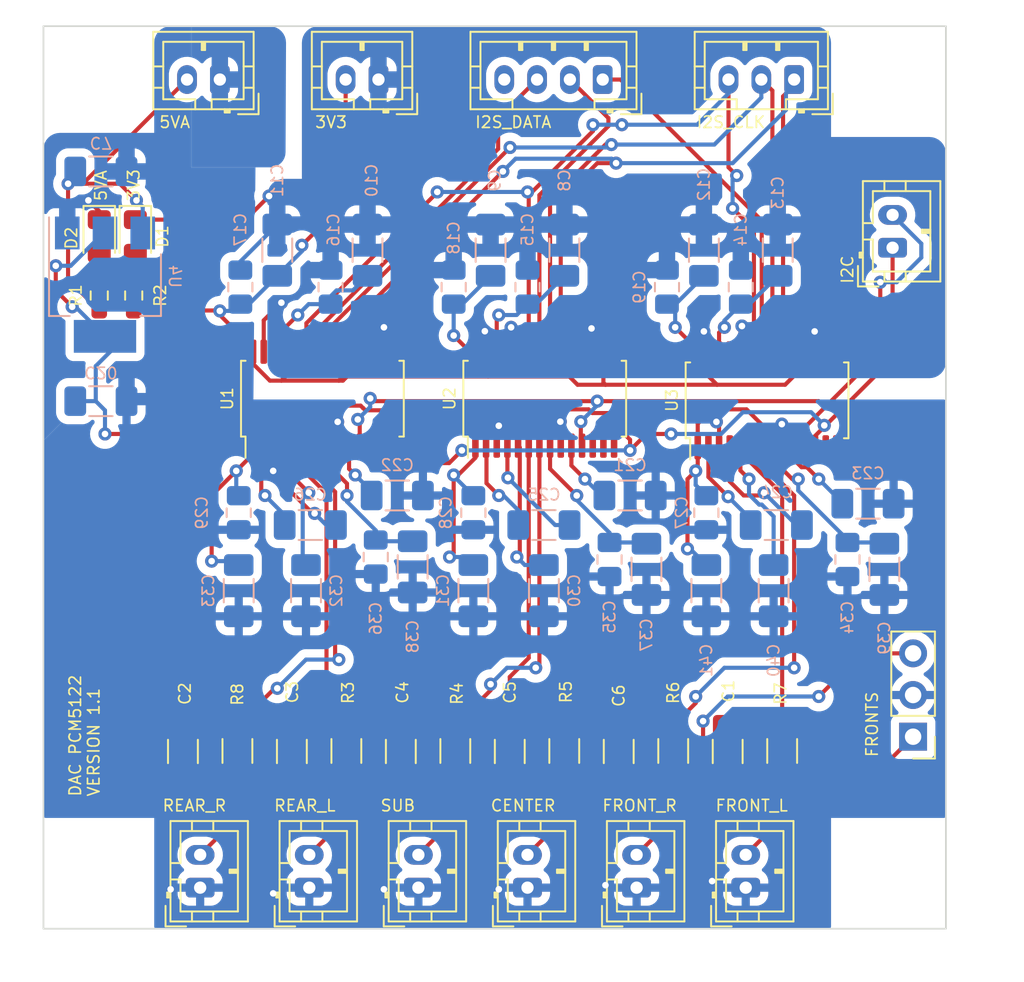
<source format=kicad_pcb>
(kicad_pcb (version 20221018) (generator pcbnew)
  (layers (0 "F.Cu" signal) (31 "B.Cu" signal) (34 "B.Paste" user) (35 "F.Paste" user) (36 "B.SilkS" user "B.Silkscreen") (37 "F.SilkS" user "F.Silkscreen") (38 "B.Mask" user) (39 "F.Mask" user) (44 "Edge.Cuts" user))
  (net 0 "")
  (net 1 "3V3")
  (net 2 "PCMCLK")
  (net 3 "BCLK")
  (net 4 "WCLK")
  (net 5 "I2S_D1")
  (net 6 "I2S_D2")
  (net 7 "I2S_D3")
  (net 8 "5VA")
  (net 9 "AGND")
  (net 10 "VOUT1")
  (net 11 "LEFT_FRONT")
  (net 12 "VOUT2")
  (net 13 "RIGHT_FRONT")
  (net 14 "VOUT3")
  (net 15 "LEFT_REAR")
  (net 16 "VOUT4")
  (net 17 "RIGHT_REAR")
  (net 18 "VOUT6")
  (net 19 "VOUT5")
  (net 20 "CENTER")
  (net 21 "SUBW")
  (net 22 "Net-(D1-A)")
  (net 23 "Net-(D2-A)")
  (net 24 "I2S_D4_IN")
  (net 28 "DGND")
  (net 29 "Net-(U1-CAPM)")
  (net 30 "Net-(U1-CAPP)")
  (net 31 "Net-(U1-LDOO)")
  (net 32 "Net-(U1-VNEG)")
  (net 33 "3V3A")
  (net 34 "Net-(U2-CAPM)")
  (net 35 "Net-(U2-CAPP)")
  (net 36 "Net-(U2-LDOO)")
  (net 37 "Net-(U2-VNEG)")
  (net 38 "Net-(U3-CAPM)")
  (net 39 "Net-(U3-CAPP)")
  (net 40 "Net-(U3-LDOO)")
  (net 41 "Net-(U3-VNEG)")
  (net 54 "SCL")
  (net 55 "SDA")
  (net 56 "Net-(U1-VCOM{slash}DEMP)")
  (net 57 "Net-(U2-VCOM{slash}DEMP)")
  (net 58 "Net-(U3-VCOM{slash}DEMP)")
  (footprint "Capacitor_SMD:C_1206_3216Metric_Pad1.33x1.80mm_HandSolder" (layer "F.Cu") (at 63.47 69.1 90)
    (fp_text reference "C5")
    (fp_text value "2.2n")
  )
  (footprint "LED_SMD:LED_0805_2012Metric_Pad1.15x1.40mm_HandSolder" (layer "F.Cu") (at 40.65 37.7125 -90)
    (fp_text reference "D1")
    (fp_text value "YELLOW")
  )
  (footprint "Connector_JST:JST_PH_B2B-PH-K_1x02_P2.00mm_Vertical" (layer "F.Cu") (at 71.2 77.4 90)
    (fp_text reference "J10" hide)
    (fp_text value "Conn_01x02_Male")
  )
  (footprint "Resistor_SMD:R_1206_3216Metric_Pad1.30x1.75mm_HandSolder" (layer "F.Cu") (at 53.51 69.07 90)
    (fp_text reference "R3")
    (fp_text value "470R")
  )
  (footprint "Resistor_SMD:R_1206_3216Metric_Pad1.30x1.75mm_HandSolder" (layer "F.Cu") (at 80.07 69.07 90)
    (fp_text reference "R7")
    (fp_text value "470R")
  )
  (footprint "LED_SMD:LED_0805_2012Metric_Pad1.15x1.40mm_HandSolder" (layer "F.Cu") (at 38.45 37.7125 -90)
    (fp_text reference "D2")
    (fp_text value "BLUE")
  )
  (footprint "Capacitor_SMD:C_1206_3216Metric_Pad1.33x1.80mm_HandSolder" (layer "F.Cu") (at 43.55 69.1 90)
    (fp_text reference "C2")
    (fp_text value "2.2n")
  )
  (footprint "Capacitor_SMD:C_1206_3216Metric_Pad1.33x1.80mm_HandSolder" (layer "F.Cu") (at 56.83 69.1 90)
    (fp_text reference "C4")
    (fp_text value "2.2n")
  )
  (footprint "Connector_JST:JST_PH_B2B-PH-K_1x02_P2.00mm_Vertical" (layer "F.Cu") (at 45.8 28.15 180)
    (fp_text reference "J12" hide)
    (fp_text value "Conn_01x02_Male")
  )
  (footprint "Connector_JST:JST_PH_B4B-PH-K_1x04_P2.00mm_Vertical" (layer "F.Cu") (at 69.133332 28.15 180)
    (fp_text reference "J2" hide)
    (fp_text value "Conn_01x04_Male")
  )
  (footprint "Package_SO:TSSOP-28_4.4x9.7mm_P0.65mm" (layer "F.Cu") (at 79.15 47.7 90)
    (fp_text reference "U3")
    (fp_text value "PCM5122PW")
  )
  (footprint "Connector_JST:JST_PH_B2B-PH-K_1x02_P2.00mm_Vertical" (layer "F.Cu") (at 77.85 77.4 90)
    (fp_text reference "J11" hide)
    (fp_text value "Conn_01x02_Male")
  )
  (footprint "Resistor_SMD:R_1206_3216Metric_Pad1.30x1.75mm_HandSolder" (layer "F.Cu") (at 60.15 69.07 90)
    (fp_text reference "R4")
    (fp_text value "470R")
  )
  (footprint "Capacitor_SMD:C_1206_3216Metric_Pad1.33x1.80mm_HandSolder" (layer "F.Cu") (at 76.75 69.1 90)
    (fp_text reference "C1")
    (fp_text value "2.2n")
  )
  (footprint "Resistor_SMD:R_1206_3216Metric_Pad1.30x1.75mm_HandSolder" (layer "F.Cu") (at 73.43 69.07 90)
    (fp_text reference "R6")
    (fp_text value "470R")
  )
  (footprint "Connector_JST:JST_PH_B2B-PH-K_1x02_P2.00mm_Vertical" (layer "F.Cu") (at 86.8 38.4 90)
    (fp_text reference "J4" hide)
    (fp_text value "Conn_01x02_Male")
  )
  (footprint "Connector_JST:JST_PH_B2B-PH-K_1x02_P2.00mm_Vertical" (layer "F.Cu") (at 51.25 77.4 90)
    (fp_text reference "J7" hide)
    (fp_text value "Conn_01x02_Male")
  )
  (footprint "Package_SO:TSSOP-28_4.4x9.7mm_P0.65mm" (layer "F.Cu") (at 65.6 47.6 90)
    (fp_text reference "U2")
    (fp_text value "PCM5122PW")
  )
  (footprint "Connector_JST:JST_PH_B2B-PH-K_1x02_P2.00mm_Vertical" (layer "F.Cu") (at 55.466666 28.15 180)
    (fp_text reference "J1" hide)
    (fp_text value "Conn_01x02_Male")
  )
  (footprint "Package_SO:TSSOP-28_4.4x9.7mm_P0.65mm" (layer "F.Cu") (at 52.05 47.6 90)
    (fp_text reference "U1")
    (fp_text value "PCM5122PW")
  )
  (footprint "Connector_PinHeader_2.54mm:PinHeader_1x03_P2.54mm_Vertical" (layer "F.Cu") (at 88.05 68.2 180)
    (fp_text reference "J5" hide)
    (fp_text value "Conn_01x03_Male")
  )
  (footprint "Connector_JST:JST_PH_B2B-PH-K_1x02_P2.00mm_Vertical" (layer "F.Cu") (at 57.9 77.4 90)
    (fp_text reference "J8" hide)
    (fp_text value "Conn_01x02_Male")
  )
  (footprint "Capacitor_SMD:C_1206_3216Metric_Pad1.33x1.80mm_HandSolder" (layer "F.Cu") (at 50.19 69.1 90)
    (fp_text reference "C3")
    (fp_text value "2.2n")
  )
  (footprint "MountingHole:MountingHole_3.2mm_M3" (layer "F.Cu") (at 87.55 77.4)
    (fp_text reference "H4" hide)
    (fp_text value "MountingHole")
  )
  (footprint "Resistor_SMD:R_1206_3216Metric_Pad1.30x1.75mm_HandSolder" (layer "F.Cu") (at 66.79 69.07 90)
    (fp_text reference "R5")
    (fp_text value "470R")
  )
  (footprint "Connector_JST:JST_PH_B3B-PH-K_1x03_P2.00mm_Vertical" (layer "F.Cu") (at 80.8 28.15 180)
    (fp_text reference "J3" hide)
    (fp_text value "Conn_01x03_Male")
  )
  (footprint "Resistor_SMD:R_0603_1608Metric_Pad0.98x0.95mm_HandSolder" (layer "F.Cu") (at 40.55 41.3125 90)
    (fp_text reference "R2")
    (fp_text value "430R")
  )
  (footprint "MountingHole:MountingHole_3.2mm_M3" (layer "F.Cu") (at 37.55 27.4)
    (fp_text reference "H1" hide)
    (fp_text value "MountingHole")
  )
  (footprint "Capacitor_SMD:C_1206_3216Metric_Pad1.33x1.80mm_HandSolder" (layer "F.Cu") (at 70.11 69.1 90)
    (fp_text reference "C6")
    (fp_text value "2.2n")
  )
  (footprint "Resistor_SMD:R_1206_3216Metric_Pad1.30x1.75mm_HandSolder" (layer "F.Cu") (at 46.87 69.07 90)
    (fp_text reference "R8")
    (fp_text value "470R")
  )
  (footprint "Connector_JST:JST_PH_B2B-PH-K_1x02_P2.00mm_Vertical" (layer "F.Cu") (at 64.55 77.4 90)
    (fp_text reference "J9" hide)
    (fp_text value "Conn_01x02_Male")
  )
  (footprint "Resistor_SMD:R_0603_1608Metric_Pad0.98x0.95mm_HandSolder" (layer "F.Cu") (at 38.45 41.3125 90)
    (fp_text reference "R1")
    (fp_text value "1K")
  )
  (footprint "MountingHole:MountingHole_3.2mm_M3" (layer "F.Cu") (at 37.55 77.4)
    (fp_text reference "H3" hide)
    (fp_text value "MountingHole")
  )
  (footprint "Connector_JST:JST_PH_B2B-PH-K_1x02_P2.00mm_Vertical" (layer "F.Cu") (at 44.6 77.4 90)
    (fp_text reference "J6" hide)
    (fp_text value "Conn_01x02_Male")
  )
  (footprint "MountingHole:MountingHole_3.2mm_M3" (layer "F.Cu") (at 87.55 27.4)
    (fp_text reference "H2" hide)
    (fp_text value "MountingHole")
  )
  (footprint "Capacitor_SMD:C_0805_2012Metric_Pad1.18x1.45mm_HandSolder" (layer "B.Cu") (at 69.55 57.4 90)
    (fp_text reference "C35")
    (fp_text value "0.1u")
  )
  (footprint "Capacitor_SMD:C_1206_3216Metric_Pad1.33x1.80mm_HandSolder" (layer "B.Cu") (at 79.7125 55.3 180)
    (fp_text reference "C24")
    (fp_text value "2.2u")
  )
  (footprint "Capacitor_SMD:C_1206_3216Metric_Pad1.33x1.80mm_HandSolder" (layer "B.Cu") (at 79.8 38.55 -90)
    (fp_text reference "C13")
    (fp_text value "10u")
  )
  (footprint "Capacitor_SMD:C_1206_3216Metric_Pad1.33x1.80mm_HandSolder" (layer "B.Cu") (at 75.3 38.55 90)
    (fp_text reference "C12")
    (fp_text value "10u")
  )
  (footprint "Capacitor_SMD:C_0805_2012Metric_Pad1.18x1.45mm_HandSolder" (layer "B.Cu") (at 84.05 57.4 -90)
    (fp_text reference "C34")
    (fp_text value "0.1u")
  )
  (footprint "Package_TO_SOT_SMD:SOT-223-3_TabPin2" (layer "B.Cu") (at 38.8 40.65 -90)
    (fp_text reference "U4")
    (fp_text value "AMS1117-3.3")
  )
  (footprint "Capacitor_SMD:C_1206_3216Metric_Pad1.33x1.80mm_HandSolder" (layer "B.Cu") (at 57.55 57.85 -90)
    (fp_text reference "C38")
    (fp_text value "10u")
  )
  (footprint "Capacitor_SMD:C_1206_3216Metric_Pad1.33x1.80mm_HandSolder" (layer "B.Cu") (at 70.8 53.5 180)
    (fp_text reference "C21")
    (fp_text value "10u")
  )
  (footprint "Capacitor_SMD:C_1206_3216Metric_Pad1.33x1.80mm_HandSolder" (layer "B.Cu") (at 86.3 58 -90)
    (fp_text reference "C39")
    (fp_text value "10u")
  )
  (footprint "Capacitor_SMD:C_1206_3216Metric_Pad1.33x1.80mm_HandSolder" (layer "B.Cu") (at 46.95 59.3 -90)
    (fp_text reference "C33")
    (fp_text value "10u")
  )
  (footprint "Capacitor_SMD:C_1206_3216Metric_Pad1.33x1.80mm_HandSolder" (layer "B.Cu") (at 54.8 38.55 -90)
    (fp_text reference "C10")
    (fp_text value "10u")
  )
  (footprint "Capacitor_SMD:C_0805_2012Metric_Pad1.18x1.45mm_HandSolder" (layer "B.Cu") (at 60.05 40.8 -90)
    (fp_text reference "C18")
    (fp_text value "0.1u")
  )
  (footprint "Capacitor_SMD:C_1206_3216Metric_Pad1.33x1.80mm_HandSolder" (layer "B.Cu") (at 62.3 38.55 90)
    (fp_text reference "C9")
    (fp_text value "10u")
  )
  (footprint "Capacitor_SMD:C_0805_2012Metric_Pad1.18x1.45mm_HandSolder" (layer "B.Cu") (at 75.45 54.55 90)
    (fp_text reference "C27")
    (fp_text value "0.1u")
  )
  (footprint "Capacitor_SMD:C_0805_2012Metric_Pad1.18x1.45mm_HandSolder" (layer "B.Cu") (at 64.55 40.8 90)
    (fp_text reference "C15")
    (fp_text value "0.1u")
  )
  (footprint "Capacitor_SMD:C_0805_2012Metric_Pad1.18x1.45mm_HandSolder" (layer "B.Cu") (at 61.25 54.55 -90)
    (fp_text reference "C28")
    (fp_text value "0.1u")
  )
  (footprint "Capacitor_SMD:C_1206_3216Metric_Pad1.33x1.80mm_HandSolder" (layer "B.Cu") (at 71.8 58 -90)
    (fp_text reference "C37")
    (fp_text value "10u")
  )
  (footprint "Capacitor_SMD:C_0805_2012Metric_Pad1.18x1.45mm_HandSolder" (layer "B.Cu") (at 52.55 40.8 90)
    (fp_text reference "C16")
    (fp_text value "0.1u")
  )
  (footprint "Capacitor_SMD:C_1206_3216Metric_Pad1.33x1.80mm_HandSolder" (layer "B.Cu") (at 56.6125 53.5 180)
    (fp_text reference "C22")
    (fp_text value "10u")
  )
  (footprint "Capacitor_SMD:C_1206_3216Metric_Pad1.33x1.80mm_HandSolder" (layer "B.Cu") (at 51.3125 55.3 180)
    (fp_text reference "C26")
    (fp_text value "2.2u")
  )
  (footprint "Capacitor_SMD:C_1206_3216Metric_Pad1.33x1.80mm_HandSolder" (layer "B.Cu") (at 79.55 59.3 90)
    (fp_text reference "C40")
    (fp_text value "2.2u")
  )
  (footprint "Capacitor_SMD:C_1206_3216Metric_Pad1.33x1.80mm_HandSolder" (layer "B.Cu") (at 38.55 33.75)
    (fp_text reference "C7")
    (fp_text value "10u")
  )
  (footprint "Capacitor_SMD:C_1206_3216Metric_Pad1.33x1.80mm_HandSolder" (layer "B.Cu") (at 85.3 54 180)
    (fp_text reference "C23")
    (fp_text value "10u")
  )
  (footprint "Capacitor_SMD:C_1206_3216Metric_Pad1.33x1.80mm_HandSolder" (layer "B.Cu") (at 66.8 38.55 -90)
    (fp_text reference "C8")
    (fp_text value "10u")
  )
  (footprint "Capacitor_SMD:C_0805_2012Metric_Pad1.18x1.45mm_HandSolder" (layer "B.Cu") (at 46.95 54.55 90)
    (fp_text reference "C29")
    (fp_text value "0.1u")
  )
  (footprint "Capacitor_SMD:C_0805_2012Metric_Pad1.18x1.45mm_HandSolder" (layer "B.Cu") (at 55.3 57.25 -90)
    (fp_text reference "C36")
    (fp_text value "0.1u")
  )
  (footprint "Capacitor_SMD:C_0805_2012Metric_Pad1.18x1.45mm_HandSolder" (layer "B.Cu") (at 47.05 40.8 -90)
    (fp_text reference "C17")
    (fp_text value "0.1u")
  )
  (footprint "Capacitor_SMD:C_1206_3216Metric_Pad1.33x1.80mm_HandSolder" (layer "B.Cu") (at 65.55 59.3 90)
    (fp_text reference "C30")
    (fp_text value "2.2u")
  )
  (footprint "Capacitor_SMD:C_1206_3216Metric_Pad1.33x1.80mm_HandSolder" (layer "B.Cu") (at 38.55 47.75)
    (fp_text reference "C20")
    (fp_text value "10u")
  )
  (footprint "Capacitor_SMD:C_1206_3216Metric_Pad1.33x1.80mm_HandSolder" (layer "B.Cu") (at 65.55 55.3 180)
    (fp_text reference "C25")
    (fp_text value "2.2u")
  )
  (footprint "Capacitor_SMD:C_1206_3216Metric_Pad1.33x1.80mm_HandSolder" (layer "B.Cu") (at 75.45 59.3 -90)
    (fp_text reference "C41")
    (fp_text value "10u")
  )
  (footprint "Capacitor_SMD:C_1206_3216Metric_Pad1.33x1.80mm_HandSolder" (layer "B.Cu") (at 49.3 38.55 90)
    (fp_text reference "C11")
    (fp_text value "10u")
  )
  (footprint "Capacitor_SMD:C_1206_3216Metric_Pad1.33x1.80mm_HandSolder" (layer "B.Cu") (at 61.25 59.3 -90)
    (fp_text reference "C31")
    (fp_text value "10u")
  )
  (footprint "Capacitor_SMD:C_1206_3216Metric_Pad1.33x1.80mm_HandSolder" (layer "B.Cu") (at 51.05 59.3 90)
    (fp_text reference "C32")
    (fp_text value "2.2u")
  )
  (footprint "Capacitor_SMD:C_0805_2012Metric_Pad1.18x1.45mm_HandSolder" (layer "B.Cu") (at 77.55 40.8 90)
    (fp_text reference "C14")
    (fp_text value "0.1u")
  )
  (footprint "Capacitor_SMD:C_0805_2012Metric_Pad1.18x1.45mm_HandSolder" (layer "B.Cu") (at 73.05 40.8 -90)
    (fp_text reference "C19")
    (fp_text value "0.1u")
  )
  (gr_line (start 35.05 79.9) (end 90.05 79.9) (stroke (width 0.1)) (layer "Edge.Cuts"))
  (gr_line (start 90.05 79.9) (end 90.05 24.9) (stroke (width 0.1)) (layer "Edge.Cuts"))
  (gr_line (start 90.05 24.9) (end 35.05 24.9) (stroke (width 0.1)) (layer "Edge.Cuts"))
  (gr_line (start 35.05 24.9) (end 35.05 79.9) (stroke (width 0.1)) (layer "Edge.Cuts"))
  (gr_text "REAR_R" (at 42.25 72.4) (layer "F.SilkS") (effects (font (size 0.7 0.7) (thickness 0.1)) (justify left)))
  (gr_text "5VA" (at 38.55 35.6125 90) (layer "F.SilkS") (effects (font (size 0.7 0.7) (thickness 0.1)) (justify left)))
  (gr_text "3V3" (at 40.55 35.6125 90) (layer "F.SilkS") (effects (font (size 0.7 0.7) (thickness 0.1)) (justify left)))
  (gr_text "I2C\n" (at 84.05 40.65 90) (layer "F.SilkS") (effects (font (size 0.7 0.7) (thickness 0.1)) (justify left)))
  (gr_text "DAC PCM5122\nVERSION 1.1" (at 37.55 71.9 90) (layer "F.SilkS") (effects (font (size 0.7 0.7) (thickness 0.1)) (justify left)))
  (gr_text "FRONT_R" (at 69.05 72.4) (layer "F.SilkS") (effects (font (size 0.7 0.7) (thickness 0.1)) (justify left)))
  (gr_text "I2S_DATA" (at 61.3 30.75) (layer "F.SilkS") (effects (font (size 0.7 0.7) (thickness 0.1)) (justify left)))
  (gr_text "FRONTS" (at 85.55 69.5 90) (layer "F.SilkS") (effects (font (size 0.7 0.7) (thickness 0.1)) (justify left)))
  (gr_text "REAR_L" (at 49.05 72.4) (layer "F.SilkS") (effects (font (size 0.7 0.7) (thickness 0.1)) (justify left)))
  (gr_text "FRONT_L" (at 75.95 72.4) (layer "F.SilkS") (effects (font (size 0.7 0.7) (thickness 0.1)) (justify left)))
  (gr_text "CENTER" (at 62.25 72.4) (layer "F.SilkS") (effects (font (size 0.7 0.7) (thickness 0.1)) (justify left)))
  (gr_text "I2S_CLK" (at 74.8 30.75) (layer "F.SilkS") (effects (font (size 0.7 0.7) (thickness 0.1)) (justify left)))
  (gr_text "SUB" (at 55.533288 72.4) (layer "F.SilkS") (effects (font (size 0.7 0.7) (thickness 0.1)) (justify left)))
  (gr_text "3V3" (at 51.55 30.75) (layer "F.SilkS") (effects (font (size 0.7 0.7) (thickness 0.1)) (justify left)))
  (gr_text "5VA" (at 42.05 30.75) (layer "F.SilkS") (effects (font (size 0.7 0.7) (thickness 0.1)) (justify left)))
  (segment (start 74.925 44.625) (end 73.55 43.25) (width 0.25) (layer "F.Cu") (net 1))
  (segment (start 80.25 46.75) (end 76.1 46.75) (width 0.25) (layer "F.Cu") (net 1))
  (segment (start 67.6 46.75) (end 67.1 46.25) (width 0.25) (layer "F.Cu") (net 1))
  (segment (start 47.825 44.525) (end 45.8 42.5) (width 0.25) (layer "F.Cu") (net 1))
  (segment (start 76.1 46.75) (end 74.925 45.575) (width 0.25) (layer "F.Cu") (net 1))
  (segment (start 47.825 45.475) (end 47.825 44.7375) (width 0.25) (layer "F.Cu") (net 1))
  (segment (start 53.3 46.5) (end 54.325 45.475) (width 0.25) (layer "F.Cu") (net 1))
  (segment (start 53.466666 35.583334) (end 50.8 38.25) (width 0.25) (layer "F.Cu") (net 1))
  (segment (start 81.425 44.8375) (end 81.425 45.575) (width 0.25) (layer "F.Cu") (net 1))
  (segment (start 45.8 42.5) (end 45.8 42.25) (width 0.25) (layer "F.Cu") (net 1))
  (segment (start 74.925 45.575) (end 74.925 44.8375) (width 0.25) (layer "F.Cu") (net 1))
  (segment (start 62.15 46.25) (end 61.375 45.475) (width 0.25) (layer "F.Cu") (net 1))
  (segment (start 61.0375 44.7375) (end 60.05 43.75) (width 0.25) (layer "F.Cu") (net 1))
  (segment (start 45.775 42.225) (end 45.8 42.25) (width 0.25) (layer "F.Cu") (net 1))
  (segment (start 49.55 46.5) (end 48.85 46.5) (width 0.25) (layer "F.Cu") (net 1))
  (segment (start 69.3 46.75) (end 67.6 46.75) (width 0.25) (layer "F.Cu") (net 1))
  (segment (start 61.375 44.7375) (end 61.0375 44.7375) (width 0.25) (layer "F.Cu") (net 1))
  (segment (start 61.375 45.475) (end 61.375 44.7375) (width 0.25) (layer "F.Cu") (net 1))
  (segment (start 53.466666 28.15) (end 53.466666 35.583334) (width 0.25) (layer "F.Cu") (net 1))
  (segment (start 49.55 46.5) (end 53.05 46.5) (width 0.25) (layer "F.Cu") (net 1))
  (segment (start 69.175 44.7375) (end 69.175 46.625) (width 0.25) (layer "F.Cu") (net 1))
  (segment (start 81.425 45.575) (end 80.25 46.75) (width 0.25) (layer "F.Cu") (net 1))
  (segment (start 54.325 45.475) (end 54.325 44.7375) (width 0.25) (layer "F.Cu") (net 1))
  (segment (start 62.15 46.25) (end 53.3 46.25) (width 0.25) (layer "F.Cu") (net 1))
  (segment (start 53.05 46.5) (end 53.3 46.5) (width 0.25) (layer "F.Cu") (net 1))
  (segment (start 67.875 44.7375) (end 67.875 45.475) (width 0.25) (layer "F.Cu") (net 1))
  (segment (start 48.85 46.5) (end 47.825 45.475) (width 0.25) (layer "F.Cu") (net 1))
  (segment (start 69.175 46.625) (end 69.3 46.75) (width 0.25) (layer "F.Cu") (net 1))
  (segment (start 50.425 44.7375) (end 50.425 45.625) (width 0.25) (layer "F.Cu") (net 1))
  (segment (start 50.425 45.625) (end 49.55 46.5) (width 0.25) (layer "F.Cu") (net 1))
  (segment (start 76.1 46.75) (end 69.3 46.75) (width 0.25) (layer "F.Cu") (net 1))
  (segment (start 53.3 46.25) (end 53.05 46.5) (width 0.25) (layer "F.Cu") (net 1))
  (segment (start 67.875 45.475) (end 67.1 46.25) (width 0.25) (layer "F.Cu") (net 1))
  (segment (start 67.1 46.25) (end 62.15 46.25) (width 0.25) (layer "F.Cu") (net 1))
  (segment (start 40.55 42.225) (end 45.775 42.225) (width 0.25) (layer "F.Cu") (net 1))
  (via (at 73.55 43.25) (size 0.8) (drill 0.4) (layers "F.Cu" "B.Cu") (net 1))
  (via (at 60.05 43.75) (size 0.8) (drill 0.4) (layers "F.Cu" "B.Cu") (net 1))
  (via (at 50.8 38.25) (size 0.8) (drill 0.4) (layers "F.Cu" "B.Cu") (net 1))
  (via (at 45.8 42.25) (size 0.8) (drill 0.4) (layers "F.Cu" "B.Cu") (net 1))
  (segment (start 50.8 38.25) (end 50.8 38.6125) (width 0.25) (layer "B.Cu") (net 1))
  (segment (start 50.8 38.6125) (end 49.3 40.1125) (width 0.25) (layer "B.Cu") (net 1))
  (segment (start 73.55 43.25) (end 73.55 42.3375) (width 0.25) (layer "B.Cu") (net 1))
  (segment (start 47.575 41.8375) (end 49.3 40.1125) (width 0.25) (layer "B.Cu") (net 1))
  (segment (start 46.6375 42.25) (end 45.8 42.25) (width 0.25) (layer "B.Cu") (net 1))
  (segment (start 73.55 42.3375) (end 73.05 41.8375) (width 0.25) (layer "B.Cu") (net 1))
  (segment (start 60.575 41.8375) (end 62.3 40.1125) (width 0.25) (layer "B.Cu") (net 1))
  (segment (start 60.05 43.75) (end 60.05 41.8375) (width 0.25) (layer "B.Cu") (net 1))
  (segment (start 73.575 41.8375) (end 75.3 40.1125) (width 0.25) (layer "B.Cu") (net 1))
  (segment (start 68.805365 33.244635) (end 69.946527 33.244635) (width 0.25) (layer "F.Cu") (net 2))
  (segment (start 80.125 29.17499) (end 80.3 28.99999) (width 0.25) (layer "F.Cu") (net 2))
  (segment (start 66.575 44.7375) (end 66.575 35.475) (width 0.25) (layer "F.Cu") (net 2))
  (segment (start 66.575 35.475) (end 68.805365 33.244635) (width 0.25) (layer "F.Cu") (net 2))
  (segment (start 53.025 43.775) (end 63.05 33.75) (width 0.25) (layer "F.Cu") (net 2))
  (segment (start 80.125 44.8375) (end 80.125 29.17499) (width 0.25) (layer "F.Cu") (net 2))
  (segment (start 53.025 44.7375) (end 53.025 43.775) (width 0.25) (layer "F.Cu") (net 2))
  (via (at 63.05 33.75) (size 0.8) (drill 0.4) (layers "F.Cu" "B.Cu") (net 2))
  (via (at 69.946527 33.244635) (size 0.8) (drill 0.4) (layers "F.Cu" "B.Cu") (net 2))
  (segment (start 63.05 33.75) (end 63.825 32.975) (width 0.25) (layer "B.Cu") (net 2))
  (segment (start 80.8 28.49999) (end 80.3 28.99999) (width 0.25) (layer "B.Cu") (net 2))
  (segment (start 69.676892 32.975) (end 69.946527 33.244635) (width 0.25) (layer "B.Cu") (net 2))
  (segment (start 80.3 30) (end 80.3 28.99999) (width 0.25) (layer "B.Cu") (net 2))
  (segment (start 69.946527 33.244635) (end 77.055365 33.244635) (width 0.25) (layer "B.Cu") (net 2))
  (segment (start 63.825 32.975) (end 69.676892 32.975) (width 0.25) (layer "B.Cu") (net 2))
  (segment (start 77.055365 33.244635) (end 80.3 30) (width 0.25) (layer "B.Cu") (net 2))
  (segment (start 80.8 28.15) (end 80.8 28.49999) (width 0.25) (layer "B.Cu") (net 2))
  (segment (start 79.475 44.8375) (end 79.475 28.825) (width 0.25) (layer "F.Cu") (net 3))
  (segment (start 52.375 44.7375) (end 52.375 43.399695) (width 0.25) (layer "F.Cu") (net 3))
  (segment (start 79.475 28.825) (end 78.8 28.15) (width 0.25) (layer "F.Cu") (net 3))
  (segment (start 69.301255 32.112349) (end 69.662349 32.112349) (width 0.25) (layer "F.Cu") (net 3))
  (segment (start 52.375 43.399695) (end 63.485191 32.289504) (width 0.25) (layer "F.Cu") (net 3))
  (segment (start 65.925 35.488604) (end 69.301255 32.112349) (width 0.25) (layer "F.Cu") (net 3))
  (segment (start 65.925 44.7375) (end 65.925 35.488604) (width 0.25) (layer "F.Cu") (net 3))
  (via (at 63.485191 32.289504) (size 0.8) (drill 0.4) (layers "F.Cu" "B.Cu") (net 3))
  (via (at 69.662349 32.112349) (size 0.8) (drill 0.4) (layers "F.Cu" "B.Cu") (net 3))
  (segment (start 78.8 29.25) (end 78.8 28.15) (width 0.25) (layer "B.Cu") (net 3))
  (segment (start 69.485194 32.289504) (end 69.662349 32.112349) (width 0.25) (layer "B.Cu") (net 3))
  (segment (start 63.485191 32.289504) (end 69.485194 32.289504) (width 0.25) (layer "B.Cu") (net 3))
  (segment (start 75.937651 32.112349) (end 78.8 29.25) (width 0.25) (layer "B.Cu") (net 3))
  (segment (start 69.662349 32.112349) (end 75.937651 32.112349) (width 0.25) (layer "B.Cu") (net 3))
  (segment (start 78.349297 43.463447) (end 78.349297 38.799297) (width 0.25) (layer "F.Cu") (net 4))
  (segment (start 78.175 44.8375) (end 78.175 43.637744) (width 0.25) (layer "F.Cu") (net 4))
  (segment (start 76.8 33.5) (end 76.8 28.15) (width 0.25) (layer "F.Cu") (net 4))
  (segment (start 59.05 35.025305) (end 59.05 35) (width 0.25) (layer "F.Cu") (net 4))
  (segment (start 77.3 34) (end 76.8 33.5) (width 0.25) (layer "F.Cu") (net 4))
  (segment (start 64.55 35) (end 64.828952 35) (width 0.25) (layer "F.Cu") (net 4))
  (segment (start 78.349297 37.299297) (end 77.05 36) (width 0.25) (layer "F.Cu") (net 4))
  (segment (start 78.349297 38.799297) (end 78.349297 37.299297) (width 0.25) (layer "F.Cu") (net 4))
  (segment (start 64.828952 35) (end 68.53715 31.291802) (width 0.25) (layer "F.Cu") (net 4))
  (segment (start 70.452892 30.902892) (end 70.3 30.902892) (width 0.25) (layer "F.Cu") (net 4))
  (segment (start 68.53715 31.291802) (end 68.53715 30.902892) (width 0.25) (layer "F.Cu") (net 4))
  (segment (start 64.625 35.075) (end 64.625 44.7375) (width 0.25) (layer "F.Cu") (net 4))
  (segment (start 78.175 43.637744) (end 78.349297 43.463447) (width 0.25) (layer "F.Cu") (net 4))
  (segment (start 64.55 35) (end 64.625 35.075) (width 0.25) (layer "F.Cu") (net 4))
  (segment (start 51.075 44.7375) (end 51.075 43.000305) (width 0.25) (layer "F.Cu") (net 4))
  (segment (start 51.075 43.000305) (end 59.05 35.025305) (width 0.25) (layer "F.Cu") (net 4))
  (via (at 68.53715 30.902892) (size 0.8) (drill 0.4) (layers "F.Cu" "B.Cu") (net 4))
  (via (at 70.3 30.902892) (size 0.8) (drill 0.4) (layers "F.Cu" "B.Cu") (net 4))
  (via (at 77.3 34) (size 0.8) (drill 0.4) (layers "F.Cu" "B.Cu") (net 4))
  (via (at 77.05 36) (size 0.8) (drill 0.4) (layers "F.Cu" "B.Cu") (net 4))
  (via (at 59.05 35) (size 0.8) (drill 0.4) (layers "F.Cu" "B.Cu") (net 4))
  (via (at 64.55 35) (size 0.8) (drill 0.4) (layers "F.Cu" "B.Cu") (net 4))
  (segment (start 59.05 35) (end 64.55 35) (width 0.25) (layer "B.Cu") (net 4))
  (segment (start 70.3 30.902892) (end 68.53715 30.902892) (width 0.25) (layer "B.Cu") (net 4))
  (segment (start 76.8 28.15) (end 76.8 29) (width 0.25) (layer "B.Cu") (net 4))
  (segment (start 76.8 29) (end 74.897108 30.902892) (width 0.25) (layer "B.Cu") (net 4))
  (segment (start 77.05 34.25) (end 77.3 34) (width 0.25) (layer "B.Cu") (net 4))
  (segment (start 77.05 36) (end 77.05 34.25) (width 0.25) (layer "B.Cu") (net 4))
  (segment (start 74.897108 30.902892) (end 70.3 30.902892) (width 0.25) (layer "B.Cu") (net 4))
  (segment (start 69.133332 28.15) (end 70.225305 28.15) (width 0.25) (layer "F.Cu") (net 5))
  (segment (start 70.225305 28.15) (end 78.825 36.749695) (width 0.25) (layer "F.Cu") (net 5))
  (segment (start 78.825 36.749695) (end 78.825 44.8375) (width 0.25) (layer "F.Cu") (net 5))
  (segment (start 65.275 35.190348) (end 65.275 44.7375) (width 0.25) (layer "F.Cu") (net 6))
  (segment (start 67.133332 28.15) (end 69.480126 30.496794) (width 0.25) (layer "F.Cu") (net 6))
  (segment (start 69.480126 30.496794) (end 69.480126 30.985222) (width 0.25) (layer "F.Cu") (net 6))
  (segment (start 69.480126 30.985222) (end 65.275 35.190348) (width 0.25) (layer "F.Cu") (net 6))
  (segment (start 62.760191 32.378108) (end 51.725 43.413299) (width 0.25) (layer "F.Cu") (net 7))
  (segment (start 51.725 43.413299) (end 51.725 44.7375) (width 0.25) (layer "F.Cu") (net 7))
  (segment (start 65.133332 28.15) (end 62.760191 30.523141) (width 0.25) (layer "F.Cu") (net 7))
  (segment (start 62.760191 30.523141) (end 62.760191 32.378108) (width 0.25) (layer "F.Cu") (net 7))
  (segment (start 43.8 28.15) (end 37.45 34.5) (width 0.25) (layer "F.Cu") (net 8))
  (segment (start 36.55 40.325) (end 36.55 34.5) (width 0.25) (layer "F.Cu") (net 8))
  (segment (start 37.45 34.5) (end 36.55 34.5) (width 0.25) (layer "F.Cu") (net 8))
  (segment (start 39.704778 34.5) (end 36.55 34.5) (width 0.25) (layer "F.Cu") (net 8))
  (segment (start 40.717778 35.513) (end 39.704778 34.5) (width 0.25) (layer "F.Cu") (net 8))
  (segment (start 38.45 42.225) (end 36.55 40.325) (width 0.25) (layer "F.Cu") (net 8))
  (via (at 40.717778 35.513) (size 0.8) (drill 0.4) (layers "F.Cu" "B.Cu") (net 8))
  (via (at 36.55 34.5) (size 0.8) (drill 0.4) (layers "F.Cu" "B.Cu") (net 8))
  (segment (start 41.1 37.5) (end 41.1 35.895222) (width 0.25) (layer "B.Cu") (net 8))
  (segment (start 41.1 35.895222) (end 40.717778 35.513) (width 0.25) (layer "B.Cu") (net 8))
  (segment (start 66.575 49.025) (end 66.55 49) (width 0.25) (layer "F.Cu") (net 9))
  (segment (start 62.05 72.0825) (end 62.05 76.75) (width 0.25) (layer "F.Cu") (net 9))
  (segment (start 69.21 70.6625) (end 68.549998 71.322502) (width 0.25) (layer "F.Cu") (net 9))
  (segment (start 76.75 70.6625) (end 75.3 72.1125) (width 0.25) (layer "F.Cu") (net 9))
  (segment (start 49.05 71.8025) (end 49.05 77.75) (width 0.25) (layer "F.Cu") (net 9))
  (segment (start 55.3 72.1925) (end 55.3 77) (width 0.25) (layer "F.Cu") (net 9))
  (segment (start 70.11 70.6625) (end 69.21 70.6625) (width 0.25) (layer "F.Cu") (net 9))
  (segment (start 49.125 51.925) (end 49.05 52) (width 0.25) (layer "F.Cu") (net 9))
  (segment (start 76.225 49.175) (end 76.062653 49.012653) (width 0.25) (layer "F.Cu") (net 9))
  (segment (start 56.83 70.6625) (end 55.3 72.1925) (width 0.25) (layer "F.Cu") (net 9))
  (segment (start 76.225 50.5625) (end 76.225 49.175) (width 0.25) (layer "F.Cu") (net 9))
  (segment (start 68.549998 76.499998) (end 69.3 77.25) (width 0.25) (layer "F.Cu") (net 9))
  (segment (start 80.125 49.225) (end 80.05 49.15) (width 0.25) (layer "F.Cu") (net 9))
  (segment (start 62.675 50.4625) (end 62.675 49.375) (width 0.25) (layer "F.Cu") (net 9))
  (segment (start 50.19 70.6625) (end 49.05 71.8025) (width 0.25) (layer "F.Cu") (net 9))
  (segment (start 55.3 77) (end 55.8 77.5) (width 0.25) (layer "F.Cu") (net 9))
  (segment (start 62.675 49.375) (end 62.8 49.25) (width 0.25) (layer "F.Cu") (net 9))
  (segment (start 38.45 36.175306) (end 37.787347 35.512653) (width 0.25) (layer "F.Cu") (net 9))
  (segment (start 42.8 71.4125) (end 42.8 77.5) (width 0.25) (layer "F.Cu") (net 9))
  (segment (start 80.125 50.5625) (end 80.125 49.225) (width 0.25) (layer "F.Cu") (net 9))
  (segment (start 53.025 50.4625) (end 53.025 49.056415) (width 0.25) (layer "F.Cu") (net 9))
  (segment (start 75.3 76.5) (end 75.8 77) (width 0.25) (layer "F.Cu") (net 9))
  (segment (start 68.549998 71.322502) (end 68.549998 76.499998) (width 0.25) (layer "F.Cu") (net 9))
  (segment (start 38.45 36.6875) (end 38.45 36.175306) (width 0.25) (layer "F.Cu") (net 9))
  (segment (start 63.47 70.6625) (end 62.05 72.0825) (width 0.25) (layer "F.Cu") (net 9))
  (segment (start 49.125 50.4625) (end 49.125 51.925) (width 0.25) (layer "F.Cu") (net 9))
  (segment (start 53.025 49.056415) (end 52.979803 49.011218) (width 0.25) (layer "F.Cu") (net 9))
  (segment (start 66.575 50.4625) (end 66.575 49.025) (width 0.25) (layer "F.Cu") (net 9))
  (segment (start 43.55 70.6625) (end 42.8 71.4125) (width 0.25) (layer "F.Cu") (net 9))
  (segment (start 75.3 72.1125) (end 75.3 76.5) (width 0.25) (layer "F.Cu") (net 9))
  (segment (start 62.05 76.75) (end 62.8 77.5) (width 0.25) (layer "F.Cu") (net 9))
  (via (at 37.787347 35.512653) (size 0.8) (drill 0.4) (layers "F.Cu" "B.Cu") (net 9))
  (via (at 69.3 77.25) (size 0.8) (drill 0.4) (layers "F.Cu" "B.Cu") (net 9))
  (via (at 80.05 49.15) (size 0.8) (drill 0.4) (layers "F.Cu" "B.Cu") (net 9))
  (via (at 55.8 77.5) (size 0.8) (drill 0.4) (layers "F.Cu" "B.Cu") (net 9))
  (via (at 66.55 49) (size 0.8) (drill 0.4) (layers "F.Cu" "B.Cu") (net 9))
  (via (at 62.8 49.25) (size 0.8) (drill 0.4) (layers "F.Cu" "B.Cu") (net 9))
  (via (at 42.8 77.5) (size 0.8) (drill 0.4) (layers "F.Cu" "B.Cu") (net 9))
  (via (at 62.8 77.5) (size 0.8) (drill 0.4) (layers "F.Cu" "B.Cu") (net 9))
  (via (at 49.05 52) (size 0.8) (drill 0.4) (layers "F.Cu" "B.Cu") (net 9))
  (via (at 52.979803 49.011218) (size 0.8) (drill 0.4) (layers "F.Cu" "B.Cu") (net 9))
  (via (at 76.062653 49.012653) (size 0.8) (drill 0.4) (layers "F.Cu" "B.Cu") (net 9))
  (via (at 75.8 77) (size 0.8) (drill 0.4) (layers "F.Cu" "B.Cu") (net 9))
  (via (at 49.05 77.75) (size 0.8) (drill 0.4) (layers "F.Cu" "B.Cu") (net 9))
  (segment (start 80.07 53.406396) (end 80.07 67.52) (width 0.25) (layer "F.Cu") (net 10))
  (segment (start 76.75 67.5375) (end 80.0525 67.5375) (width 0.25) (layer "F.Cu") (net 10))
  (segment (start 78.175 50.5625) (end 78.175 51.511396) (width 0.25) (layer "F.Cu") (net 10))
  (segment (start 78.175 51.511396) (end 80.07 53.406396) (width 0.25) (layer "F.Cu") (net 10))
  (segment (start 80.07 70.62) (end 85.63 70.62) (width 0.25) (layer "F.Cu") (net 11))
  (segment (start 80.07 70.62) (end 80.07 73.18) (width 0.25) (layer "F.Cu") (net 11))
  (segment (start 85.63 70.62) (end 88.05 68.2) (width 0.25) (layer "F.Cu") (net 11))
  (segment (start 80.07 73.18) (end 77.85 75.4) (width 0.25) (layer "F.Cu") (net 11))
  (segment (start 74.8 66.15) (end 73.43 67.52) (width 0.25) (layer "F.Cu") (net 12))
  (segment (start 78.825 50.5625) (end 78.825 51.525) (width 0.25) (layer "F.Cu") (net 12))
  (segment (start 70.11 67.5375) (end 73.4125 67.5375) (width 0.25) (layer "F.Cu") (net 12))
  (segment (start 80.8 53.5) (end 80.8 64) (width 0.25) (layer "F.Cu") (net 12))
  (segment (start 78.825 51.525) (end 80.8 53.5) (width 0.25) (layer "F.Cu") (net 12))
  (segment (start 74.8 65.75) (end 74.8 66.15) (width 0.25) (layer "F.Cu") (net 12))
  (via (at 80.8 64) (size 0.8) (drill 0.4) (layers "F.Cu" "B.Cu") (net 12))
  (via (at 74.8 65.75) (size 0.8) (drill 0.4) (layers "F.Cu" "B.Cu") (net 12))
  (segment (start 76.55 64) (end 74.8 65.75) (width 0.25) (layer "B.Cu") (net 12))
  (segment (start 80.8 64) (end 76.55 64) (width 0.25) (layer "B.Cu") (net 12))
  (segment (start 73.43 70.62) (end 73.43 73.17) (width 0.25) (layer "F.Cu") (net 13))
  (segment (start 82.3 65.75) (end 84.93 63.12) (width 0.25) (layer "F.Cu") (net 13))
  (segment (start 84.93 63.12) (end 88.05 63.12) (width 0.25) (layer "F.Cu") (net 13))
  (segment (start 73.43 73.17) (end 71.2 75.4) (width 0.25) (layer "F.Cu") (net 13))
  (segment (start 75.2505 68.7995) (end 75.2505 67.25) (width 0.25) (layer "F.Cu") (net 13))
  (segment (start 73.43 70.62) (end 75.2505 68.7995) (width 0.25) (layer "F.Cu") (net 13))
  (via (at 75.2505 67.25) (size 0.8) (drill 0.4) (layers "F.Cu" "B.Cu") (net 13))
  (via (at 82.3 65.75) (size 0.8) (drill 0.4) (layers "F.Cu" "B.Cu") (net 13))
  (segment (start 75.2505 67.25) (end 76.7505 65.75) (width 0.25) (layer "B.Cu") (net 13))
  (segment (start 76.7505 65.75) (end 82.3 65.75) (width 0.25) (layer "B.Cu") (net 13))
  (segment (start 64.625 63.399695) (end 63.47 64.554695) (width 0.25) (layer "F.Cu") (net 14))
  (segment (start 63.47 67.5375) (end 66.7725 67.5375) (width 0.25) (layer "F.Cu") (net 14))
  (segment (start 63.47 64.554695) (end 63.47 67.5375) (width 0.25) (layer "F.Cu") (net 14))
  (segment (start 64.625 50.4625) (end 64.625 63.399695) (width 0.25) (layer "F.Cu") (net 14))
  (segment (start 66.79 70.62) (end 66.79 73.16) (width 0.25) (layer "F.Cu") (net 15))
  (segment (start 66.79 73.16) (end 64.55 75.4) (width 0.25) (layer "F.Cu") (net 15))
  (segment (start 65.275 63.775) (end 65.05 64) (width 0.25) (layer "F.Cu") (net 16))
  (segment (start 56.83 67.5375) (end 60.1325 67.5375) (width 0.25) (layer "F.Cu") (net 16))
  (segment (start 62.3 65.37) (end 60.15 67.52) (width 0.25) (layer "F.Cu") (net 16))
  (segment (start 65.275 50.4625) (end 65.275 63.775) (width 0.25) (layer "F.Cu") (net 16))
  (segment (start 62.3 65) (end 62.3 65.37) (width 0.25) (layer "F.Cu") (net 16))
  (via (at 65.05 64) (size 0.8) (drill 0.4) (layers "F.Cu" "B.Cu") (net 16))
  (via (at 62.3 65) (size 0.8) (drill 0.4) (layers "F.Cu" "B.Cu") (net 16))
  (segment (start 63.3 64) (end 62.3 65) (width 0.25) (layer "B.Cu") (net 16))
  (segment (start 65.05 64) (end 63.3 64) (width 0.25) (layer "B.Cu") (net 16))
  (segment (start 60.15 70.62) (end 60.15 73.15) (width 0.25) (layer "F.Cu") (net 17))
  (segment (start 60.15 73.15) (end 57.9 75.4) (width 0.25) (layer "F.Cu") (net 17))
  (segment (start 49.14 65.25) (end 46.87 67.52) (width 0.25) (layer "F.Cu") (net 18))
  (segment (start 52.825 63.275) (end 53.05 63.5) (width 0.25) (layer "F.Cu") (net 18))
  (segment (start 51.725 52.175) (end 52.825 53.275) (width 0.25) (layer "F.Cu") (net 18))
  (segment (start 49.3 65.25) (end 49.14 65.25) (width 0.25) (layer "F.Cu") (net 18))
  (segment (start 52.825 53.275) (end 52.825 63.275) (width 0.25) (layer "F.Cu") (net 18))
  (segment (start 51.725 50.4625) (end 51.725 52.175) (width 0.25) (layer "F.Cu") (net 18))
  (segment (start 43.55 67.5375) (end 46.8525 67.5375) (width 0.25) (layer "F.Cu") (net 18))
  (via (at 49.3 65.25) (size 0.8) (drill 0.4) (layers "F.Cu" "B.Cu") (net 18))
  (via (at 53.05 63.5) (size 0.8) (drill 0.4) (layers "F.Cu" "B.Cu") (net 18))
  (segment (start 53.05 63.5) (end 51.05 63.5) (width 0.25) (layer "B.Cu") (net 18))
  (segment (start 51.05 63.5) (end 49.3 65.25) (width 0.25) (layer "B.Cu") (net 18))
  (segment (start 52.3 53.386396) (end 52.3 65.4275) (width 0.25) (layer "F.Cu") (net 19))
  (segment (start 50.19 67.5375) (end 53.4925 67.5375) (width 0.25) (layer "F.Cu") (net 19))
  (segment (start 51.075 52.161396) (end 52.3 53.386396) (width 0.25) (layer "F.Cu") (net 19))
  (segment (start 52.3 65.4275) (end 50.19 67.5375) (width 0.25) (layer "F.Cu") (net 19))
  (segment (start 51.075 50.4625) (end 51.075 52.161396) (width 0.25) (layer "F.Cu") (net 19))
  (segment (start 53.51 73.14) (end 51.25 75.4) (width 0.25) (layer "F.Cu") (net 20))
  (segment (start 53.51 70.62) (end 53.51 73.14) (width 0.25) (layer "F.Cu") (net 20))
  (segment (start 46.87 73.13) (end 44.6 75.4) (width 0.25) (layer "F.Cu") (net 21))
  (segment (start 46.87 70.62) (end 46.87 73.13) (width 0.25) (layer "F.Cu") (net 21))
  (segment (start 40.65 38.7375) (end 40.65 40.3) (width 0.25) (layer "F.Cu") (net 22))
  (segment (start 38.45 38.7375) (end 38.45 40.4) (width 0.25) (layer "F.Cu") (net 23))
  (segment (start 68.525 43.3929) (end 68.525 44.7375) (width 0.25) (layer "F.Cu") (net 28))
  (segment (start 62.025 43.562347) (end 61.95 43.487347) (width 0.25) (layer "F.Cu") (net 28))
  (segment (start 47.3625 36.6875) (end 48.8 35.25) (width 0.25) (layer "F.Cu") (net 28))
  (segment (start 75.575 43.775) (end 75.3 43.5) (width 0.25) (layer "F.Cu") (net 28))
  (segment (start 48.475 42.825) (end 49.55 41.75) (width 0.25) (layer "F.Cu") (net 28))
  (segment (start 75.575 44.8375) (end 75.575 43.775) (width 0.25) (layer "F.Cu") (net 28))
  (segment (start 82.725 44.8375) (end 82.075 44.8375) (width 0.25) (layer "F.Cu") (net 28))
  (segment (start 77.525 43.266477) (end 77.61891 43.172567) (width 0.25) (layer "F.Cu") (net 28))
  (segment (start 68.4505 43.3184) (end 68.525 43.3929) (width 0.25) (layer "F.Cu") (net 28))
  (segment (start 77.525 44.8375) (end 77.525 43.266477) (width 0.25) (layer "F.Cu") (net 28))
  (segment (start 54.975 44.7375) (end 55.625 44.7375) (width 0.25) (layer "F.Cu") (net 28))
  (segment (start 55.625 44.7375) (end 55.625 43.425) (width 0.25) (layer "F.Cu") (net 28))
  (segment (start 82.075 43.525) (end 82.05 43.5) (width 0.25) (layer "F.Cu") (net 28))
  (segment (start 82.075 44.8375) (end 82.075 43.525) (width 0.25) (layer "F.Cu") (net 28))
  (segment (start 55.625 43.425) (end 55.8 43.25) (width 0.25) (layer "F.Cu") (net 28))
  (segment (start 40.65 36.6875) (end 47.3625 36.6875) (width 0.25) (layer "F.Cu") (net 28))
  (segment (start 63.975 43.675) (end 63.55 43.25) (width 0.25) (layer "F.Cu") (net 28))
  (segment (start 48.475 44.7375) (end 48.475 42.825) (width 0.25) (layer "F.Cu") (net 28))
  (segment (start 63.975 44.7375) (end 63.975 43.675) (width 0.25) (layer "F.Cu") (net 28))
  (segment (start 62.025 44.7375) (end 62.025 43.562347) (width 0.25) (layer "F.Cu") (net 28))
  (via (at 61.95 43.487347) (size 0.8) (drill 0.4) (layers "F.Cu" "B.Cu") (net 28))
  (via (at 75.3 43.5) (size 0.8) (drill 0.4) (layers "F.Cu" "B.Cu") (net 28))
  (via (at 68.4505 43.3184) (size 0.8) (drill 0.4) (layers "F.Cu" "B.Cu") (net 28))
  (via (at 49.55 41.75) (size 0.8) (drill 0.4) (layers "F.Cu" "B.Cu") (net 28))
  (via (at 82.05 43.5) (size 0.8) (drill 0.4) (layers "F.Cu" "B.Cu") (net 28))
  (via (at 63.55 43.25) (size 0.8) (drill 0.4) (layers "F.Cu" "B.Cu") (net 28))
  (via (at 48.8 35.25) (size 0.8) (drill 0.4) (layers "F.Cu" "B.Cu") (net 28))
  (via (at 77.61891 43.172567) (size 0.8) (drill 0.4) (layers "F.Cu" "B.Cu") (net 28))
  (via (at 55.8 43.25) (size 0.8) (drill 0.4) (layers "F.Cu" "B.Cu") (net 28))
  (segment (start 47.05 39.7625) (end 47.05 39.2375) (width 0.25) (layer "B.Cu") (net 28))
  (segment (start 47.05 39.2375) (end 49.3 36.9875) (width 0.25) (layer "B.Cu") (net 28))
  (segment (start 51.452841 54.589848) (end 51.575 54.589848) (width 0.25) (layer "F.Cu") (net 29))
  (segment (start 49.775 52.912007) (end 51.452841 54.589848) (width 0.25) (layer "F.Cu") (net 29))
  (segment (start 49.775 50.4625) (end 49.775 52.912007) (width 0.25) (layer "F.Cu") (net 29))
  (via (at 51.575 54.589848) (size 0.8) (drill 0.4) (layers "F.Cu" "B.Cu") (net 29))
  (segment (start 52.875 55.3) (end 52.285152 55.3) (width 0.25) (layer "B.Cu") (net 29))
  (segment (start 52.285152 55.3) (end 51.575 54.589848) (width 0.25) (layer "B.Cu") (net 29))
  (segment (start 48.475 51.549695) (end 48.475 50.4625) (width 0.25) (layer "F.Cu") (net 30))
  (segment (start 48.325 51.699695) (end 48.475 51.549695) (width 0.25) (layer "F.Cu") (net 30))
  (segment (start 48.55 53.5) (end 48.325 53.275) (width 0.25) (layer "F.Cu") (net 30))
  (segment (start 48.325 53.275) (end 48.325 51.699695) (width 0.25) (layer "F.Cu") (net 30))
  (via (at 48.55 53.5) (size 0.8) (drill 0.4) (layers "F.Cu" "B.Cu") (net 30))
  (segment (start 49.75 54.7) (end 48.55 53.5) (width 0.25) (layer "B.Cu") (net 30))
  (segment (start 49.125 44.7375) (end 49.125 43.925) (width 0.25) (layer "F.Cu") (net 31))
  (segment (start 49.125 43.925) (end 50.55 42.5) (width 0.25) (layer "F.Cu") (net 31))
  (via (at 50.55 42.5) (size 0.8) (drill 0.4) (layers "F.Cu" "B.Cu") (net 31))
  (segment (start 53.9125 41) (end 54.8 40.1125) (width 0.25) (layer "B.Cu") (net 31))
  (segment (start 52.9125 41) (end 53.9125 41) (width 0.25) (layer "B.Cu") (net 31))
  (segment (start 51.2125 41.8375) (end 50.55 42.5) (width 0.25) (layer "B.Cu") (net 31))
  (segment (start 52.075 41.8375) (end 52.9125 41) (width 0.25) (layer "B.Cu") (net 31))
  (segment (start 52.55 41.8375) (end 51.2125 41.8375) (width 0.25) (layer "B.Cu") (net 31))
  (segment (start 50.425 52.536702) (end 51.219149 53.330851) (width 0.25) (layer "F.Cu") (net 32))
  (segment (start 50.425 50.4625) (end 50.425 52.536702) (width 0.25) (layer "F.Cu") (net 32))
  (via (at 51.219149 53.330851) (size 0.8) (drill 0.4) (layers "F.Cu" "B.Cu") (net 32))
  (segment (start 50.85 53.7) (end 51.219149 53.330851) (width 0.25) (layer "B.Cu") (net 32))
  (segment (start 50.85 57.5375) (end 50.85 53.7) (width 0.25) (layer "B.Cu") (net 32))
  (segment (start 63.9 48.5) (end 64.8 49.4) (width 0.25) (layer "F.Cu") (net 33))
  (segment (start 61.375 50.4625) (end 61.375 49.725) (width 0.25) (layer "F.Cu") (net 33))
  (segment (start 60.325 52.25) (end 60.05 52.25) (width 0.25) (layer "F.Cu") (net 33))
  (segment (start 35.8 39.5) (end 35.8 41) (width 0.25) (layer "F.Cu") (net 33))
  (segment (start 61.375 50.4625) (end 61.375 51.2) (width 0.25) (layer "F.Cu") (net 33))
  (segment (start 74.3 52.5) (end 74.3 56.75) (width 0.25) (layer "F.Cu") (net 33))
  (segment (start 74.925 50.5625) (end 74.925 49.125001) (width 0.25) (layer "F.Cu") (net 33))
  (segment (start 52.375 49.725) (end 51.65 49) (width 0.25) (layer "F.Cu") (net 33))
  (segment (start 74.925 51.875) (end 74.8 52) (width 0.25) (layer "F.Cu") (net 33))
  (segment (start 61.7 49.324695) (end 62.524695 48.5) (width 0.25) (layer "F.Cu") (net 33))
  (segment (start 79.475 49.825) (end 79.475 50.5625) (width 0.25) (layer "F.Cu") (net 33))
  (segment (start 74.8 52) (end 74.3 52.5) (width 0.25) (layer "F.Cu") (net 33))
  (segment (start 65.925 49.725) (end 65.925 50.4625) (width 0.25) (layer "F.Cu") (net 33))
  (segment (start 64.8 49.4) (end 65.6 49.4) (width 0.25) (layer "F.Cu") (net 33))
  (segment (start 54.669306 48.306117) (end 54.538181 48.174992) (width 0.25) (layer "F.Cu") (net 33))
  (segment (start 65.6 49.4) (end 65.925 49.725) (width 0.25) (layer "F.Cu") (net 33))
  (segment (start 53.55 52.775305) (end 52.375 51.600305) (width 0.25) (layer "F.Cu") (net 33))
  (segment (start 75.575001 48.475) (end 68.499695 48.475) (width 0.25) (layer "F.Cu") (net 33))
  (segment (start 61.375 51.2) (end 60.325 52.25) (width 0.25) (layer "F.Cu") (net 33))
  (segment (start 45.3 53.5) (end 45.3 57.5) (width 0.25) (layer "F.Cu") (net 33))
  (segment (start 50.8 49) (end 48.55 49) (width 0.25) (layer "F.Cu") (net 33))
  (segment (start 68.274695 48.25) (end 65.95 48.25) (width 0.25) (layer "F.Cu") (net 33))
  (segment (start 61.375 49.725) (end 61.7 49.4) (width 0.25) (layer "F.Cu") (net 33))
  (segment (start 48.55 49) (end 47.825 49.725) (width 0.25) (layer "F.Cu") (net 33))
  (segment (start 46.8 52) (end 45.3 53.5) (width 0.25) (layer "F.Cu") (net 33))
  (segment (start 60.606117 48.306117) (end 54.669306 48.306117) (width 0.25) (layer "F.Cu") (net 33))
  (segment (start 51.65 49) (end 50.8 49) (width 0.25) (layer "F.Cu") (net 33))
  (segment (start 75.800001 48.25) (end 75.575001 48.475) (width 0.25) (layer "F.Cu") (net 33))
  (segment (start 54.380772 48.025) (end 51.775 48.025) (width 0.25) (layer "F.Cu") (net 33))
  (segment (start 54.538181 48.174992) (end 54.530764 48.174992) (width 0.25) (layer "F.Cu") (net 33))
  (segment (start 60.05 52.25) (end 60.05 57) (width 0.25) (layer "F.Cu") (net 33))
  (segment (start 54.530764 48.174992) (end 54.380772 48.025) (width 0.25) (layer "F.Cu") (net 33))
  (segment (start 74.925 49.125001) (end 75.800001 48.25) (width 0.25) (layer "F.Cu") (net 33))
  (segment (start 75.800001 48.25) (end 77.9 48.25) (width 0.25) (layer "F.Cu") (net 33))
  (segment (start 74.925 50.5625) (end 74.925 51.875) (width 0.25) (layer "F.Cu") (net 33))
  (segment (start 60.05 57) (end 59.8 57.25) (width 0.25) (layer "F.Cu") (net 33))
  (segment (start 62.524695 48.5) (end 63.9 48.5) (width 0.25) (layer "F.Cu") (net 33))
  (segment (start 68.499695 48.475) (end 68.274695 48.25) (width 0.25) (layer "F.Cu") (net 33))
  (segment (start 61.7 49.4) (end 60.606117 48.306117) (width 0.25) (layer "F.Cu") (net 33))
  (segment (start 45.3 53.5) (end 41.55 49.75) (width 0.25) (layer "F.Cu") (net 33))
  (segment (start 35.8 41) (end 36.8 42) (width 0.25) (layer "F.Cu") (net 33))
  (segment (start 65.925 51.875) (end 65.925 50.4625) (width 0.25) (layer "F.Cu") (net 33))
  (segment (start 51.775 48.025) (end 50.8 49) (width 0.25) (layer "F.Cu") (net 33))
  (segment (start 61.7 49.4) (end 61.7 49.324695) (width 0.25) (layer "F.Cu") (net 33))
  (segment (start 53.55 53.5) (end 53.55 52.775305) (width 0.25) (layer "F.Cu") (net 33))
  (segment (start 52.375 51.600305) (end 52.375 50.4625) (width 0.25) (layer "F.Cu") (net 33))
  (segment (start 79.475 51.288604) (end 80.686396 52.5) (width 0.25) (layer "F.Cu") (net 33))
  (segment (start 67.55 53.5) (end 65.925 51.875) (width 0.25) (layer "F.Cu") (net 33))
  (segment (start 47.825 50.975) (end 46.8 52) (width 0.25) (layer "F.Cu") (net 33))
  (segment (start 77.9 48.25) (end 79.475 49.825) (width 0.25) (layer "F.Cu") (net 33))
  (segment (start 65.95 48.25) (end 64.8 49.4) (width 0.25) (layer "F.Cu") (net 33))
  (segment (start 41.55 49.75) (end 38.8 49.75) (width 0.25) (layer "F.Cu") (net 33))
  (segment (start 79.475 50.5625) (end 79.475 51.288604) (width 0.25) (layer "F.Cu") (net 33))
  (segment (start 52.375 50.4625) (end 52.375 49.725) (width 0.25) (layer "F.Cu") (net 33))
  (segment (start 80.686396 52.5) (end 81.05 52.5) (width 0.25) (layer "F.Cu") (net 33))
  (segment (start 47.825 49.725) (end 47.825 50.4625) (width 0.25) (layer "F.Cu") (net 33))
  (via (at 45.3 57.5) (size 0.8) (drill 0.4) (layers "F.Cu" "B.Cu") (net 33))
  (via (at 35.8 39.5) (size 0.8) (drill 0.4) (layers "F.Cu" "B.Cu") (net 33))
  (via (at 36.8 42) (size 0.8) (drill 0.4) (layers "F.Cu" "B.Cu") (net 33))
  (via (at 38.8 49.75) (size 0.8) (drill 0.4) (layers "F.Cu" "B.Cu") (net 33))
  (via (at 59.8 57.25) (size 0.8) (drill 0.4) (layers "F.Cu" "B.Cu") (net 33))
  (via (at 53.55 53.5) (size 0.8) (drill 0.4) (layers "F.Cu" "B.Cu") (net 33))
  (via (at 81.05 52.5) (size 0.8) (drill 0.4) (layers "F.Cu" "B.Cu") (net 33))
  (via (at 46.8 52) (size 0.8) (drill 0.4) (layers "F.Cu" "B.Cu") (net 33))
  (via (at 67.55 53.5) (size 0.8) (drill 0.4) (layers "F.Cu" "B.Cu") (net 33))
  (via (at 60.05 52.25) (size 0.8) (drill 0.4) (layers "F.Cu" "B.Cu") (net 33))
  (via (at 74.3 56.75) (size 0.8) (drill 0.4) (layers "F.Cu" "B.Cu") (net 33))
  (via (at 74.8 52) (size 0.8) (drill 0.4) (layers "F.Cu" "B.Cu") (net 33))
  (segment (start 74.4625 56.75) (end 75.45 57.7375) (width 0.25) (layer "B.Cu") (net 33))
  (segment (start 38.8 48.3125) (end 38.2375 47.75) (width 0.25) (layer "B.Cu") (net 33))
  (segment (start 36.70962 39.5) (end 38.70962 37.5) (width 0.25) (layer "B.Cu") (net 33))
  (segment (start 35.8 39.5) (end 36.70962 39.5) (width 0.25) (layer "B.Cu") (net 33))
  (segment (start 57.55 56.2875) (end 55.375 56.2875) (width 0.25) (layer "B.Cu") (net 33))
  (segment (start 69.55 56.3625) (end 69.55 55.775) (width 0.25) (layer "B.Cu") (net 33))
  (segment (start 38.8 43.8) (end 37 42) (width 0.25) (layer "B.Cu") (net 33))
  (segment (start 69.55 55.775) (end 67.55 53.775) (width 0.25) (layer "B.Cu") (net 33))
  (segment (start 74.8 52) (end 74.8 52.8625) (width 0.25) (layer "B.Cu") (net 33))
  (segment (start 60.05 52.3125) (end 61.25 53.5125) (width 0.25) (layer "B.Cu") (net 33))
  (segment (start 59.8 57.25) (end 60.7625 57.25) (width 0.25) (layer "B.Cu") (net 33))
  (segment (start 60.05 52.25) (end 60.05 52.3125) (width 0.25) (layer "B.Cu") (net 33))
  (segment (start 55.3 55.625) (end 53.55 53.875) (width 0.25) (layer "B.Cu") (net 33))
  (segment (start 69.55 56.3625) (end 71.725 56.3625) (width 0.25) (layer "B.Cu") (net 33))
  (segment (start 36.9875 47.75) (end 38.2375 47.75) (width 0.25) (layer "B.Cu") (net 33))
  (segment (start 74.3 56.75) (end 74.4625 56.75) (width 0.25) (layer "B.Cu") (net 33))
  (segment (start 38.8 49.75) (end 38.8 48.3125) (width 0.25) (layer "B.Cu") (net 33))
  (segment (start 53.55 53.875) (end 53.55 53.5) (width 0.25) (layer "B.Cu") (net 33))
  (segment (start 55.3 56.2125) (end 55.3 55.625) (width 0.25) (layer "B.Cu") (net 33))
  (segment (start 84.05 56.3625) (end 86.225 56.3625) (width 0.25) (layer "B.Cu") (net 33))
  (segment (start 45.3 57.5) (end 46.7125 57.5) (width 0.25) (layer "B.Cu") (net 33))
  (segment (start 38.2375 47.75) (end 38.2375 45.6125) (width 0.25) (layer "B.Cu") (net 33))
  (segment (start 74.8 52.8625) (end 75.45 53.5125) (width 0.25) (layer "B.Cu") (net 33))
  (segment (start 38.2375 45.6125) (end 40.05 43.8) (width 0.25) (layer "B.Cu") (net 33))
  (segment (start 81.05 53.199326) (end 81.05 52.5) (width 0.25) (layer "B.Cu") (net 33))
  (segment (start 67.55 53.775) (end 67.55 53.5) (width 0.25) (layer "B.Cu") (net 33))
  (segment (start 84.05 56.199326) (end 81.05 53.199326) (width 0.25) (layer "B.Cu") (net 33))
  (segment (start 46.8 52) (end 46.8 53.3625) (width 0.25) (layer "B.Cu") (net 33))
  (segment (start 37 42) (end 36.8 42) (width 0.25) (layer "B.Cu") (net 33))
  (segment (start 63.325 50.4625) (end 63.325 52.388245) (width 0.25) (layer "F.Cu") (net 34))
  (segment (start 63.325 52.388245) (end 63.354702 52.417947) (width 0.25) (layer "F.Cu") (net 34))
  (via (at 63.354702 52.417947) (size 0.8) (drill 0.4) (layers "F.Cu" "B.Cu") (net 34))
  (segment (start 67.1125 55.3) (end 66.236755 55.3) (width 0.25) (layer "B.Cu") (net 34))
  (segment (start 66.236755 55.3) (end 63.354702 52.417947) (width 0.25) (layer "B.Cu") (net 34))
  (segment (start 62.05 50.4875) (end 62.05 52.75) (width 0.25) (layer "F.Cu") (net 35))
  (segment (start 62.05 52.75) (end 62.8 53.5) (width 0.25) (layer "F.Cu") (net 35))
  (via (at 62.8 53.5) (size 0.8) (drill 0.4) (layers "F.Cu" "B.Cu") (net 35))
  (segment (start 63.9875 55.3) (end 63.9875 54.4) (width 0.25) (layer "B.Cu") (net 35))
  (segment (start 63.9875 54.4) (end 63.0875 53.5) (width 0.25) (layer "B.Cu") (net 35))
  (segment (start 63.0875 53.5) (end 62.8 53.5) (width 0.25) (layer "B.Cu") (net 35))
  (segment (start 62.675 44.7375) (end 62.675 42.625) (width 0.25) (layer "F.Cu") (net 36))
  (segment (start 62.675 42.625) (end 62.8 42.5) (width 0.25) (layer "F.Cu") (net 36))
  (via (at 62.8 42.5) (size 0.8) (drill 0.4) (layers "F.Cu" "B.Cu") (net 36))
  (segment (start 63.8875 42.5) (end 64.55 41.8375) (width 0.25) (layer "B.Cu") (net 36))
  (segment (start 62.8 42.5) (end 63.8875 42.5) (width 0.25) (layer "B.Cu") (net 36))
  (segment (start 65.075 41.8375) (end 66.8 40.1125) (width 0.25) (layer "B.Cu") (net 36))
  (segment (start 64.05 50.5375) (end 64.079702 50.567202) (width 0.25) (layer "F.Cu") (net 37))
  (segment (start 64.079702 57.070298) (end 63.9 57.25) (width 0.25) (layer "F.Cu") (net 37))
  (segment (start 64.079702 50.567202) (end 64.079702 57.070298) (width 0.25) (layer "F.Cu") (net 37))
  (via (at 63.9 57.25) (size 0.8) (drill 0.4) (layers "F.Cu" "B.Cu") (net 37))
  (segment (start 64.3875 57.7375) (end 63.9 57.25) (width 0.25) (layer "B.Cu") (net 37))
  (segment (start 65.55 57.7375) (end 64.3875 57.7375) (width 0.25) (layer "B.Cu") (net 37))
  (segment (start 78.8 53.5) (end 78.969149 53.330851) (width 0.25) (layer "F.Cu") (net 38))
  (segment (start 77.730085 53.5) (end 78.8 53.5) (width 0.25) (layer "F.Cu") (net 38))
  (segment (start 76.875 50.5625) (end 76.875 52.644915) (width 0.25) (layer "F.Cu") (net 38))
  (segment (start 76.875 52.644915) (end 77.730085 53.5) (width 0.25) (layer "F.Cu") (net 38))
  (via (at 78.969149 53.330851) (size 0.8) (drill 0.4) (layers "F.Cu" "B.Cu") (net 38))
  (segment (start 80.938298 55.3) (end 78.969149 53.330851) (width 0.25) (layer "B.Cu") (net 38))
  (segment (start 76.7745 53.56972) (end 75.575 52.37022) (width 0.25) (layer "F.Cu") (net 39))
  (segment (start 75.575 52.37022) (end 75.575 50.5625) (width 0.25) (layer "F.Cu") (net 39))
  (via (at 76.7745 53.56972) (size 0.8) (drill 0.4) (layers "F.Cu" "B.Cu") (net 39))
  (segment (start 76.7745 53.56972) (end 78.15 54.94522) (width 0.25) (layer "B.Cu") (net 39))
  (segment (start 76.225 43.575) (end 76.55 43.25) (width 0.25) (layer "F.Cu") (net 40))
  (segment (start 76.225 44.8375) (end 76.225 43.575) (width 0.25) (layer "F.Cu") (net 40))
  (via (at 76.55 43.25) (size 0.8) (drill 0.4) (layers "F.Cu" "B.Cu") (net 40))
  (segment (start 76.55 42.8375) (end 77.55 41.8375) (width 0.25) (layer "B.Cu") (net 40))
  (segment (start 76.55 43.25) (end 76.55 42.8375) (width 0.25) (layer "B.Cu") (net 40))
  (segment (start 78.075 41.8375) (end 79.8 40.1125) (width 0.25) (layer "B.Cu") (net 40))
  (segment (start 77.525 51.975) (end 78.05 52.5) (width 0.25) (layer "F.Cu") (net 41))
  (segment (start 77.525 50.5625) (end 77.525 51.975) (width 0.25) (layer "F.Cu") (net 41))
  (via (at 78.05 52.5) (size 0.8) (drill 0.4) (layers "F.Cu" "B.Cu") (net 41))
  (segment (start 79.55 57.7375) (end 79.55 54.775305) (width 0.25) (layer "B.Cu") (net 41))
  (segment (start 78.05 53.437007) (end 78.05 52.5) (width 0.25) (layer "B.Cu") (net 41))
  (segment (start 78.668844 54.055851) (end 78.05 53.437007) (width 0.25) (layer "B.Cu") (net 41))
  (segment (start 78.830546 54.055851) (end 78.668844 54.055851) (width 0.25) (layer "B.Cu") (net 41))
  (segment (start 79.55 54.775305) (end 78.830546 54.055851) (width 0.25) (layer "B.Cu") (net 41))
  (segment (start 68.525 49.725) (end 68.525 50.4625) (width 0.25) (layer "F.Cu") (net 54))
  (segment (start 55.3 51.525) (end 59.775 51.525) (width 0.25) (layer "F.Cu") (net 54))
  (segment (start 54.975 51.2) (end 55.3 51.525) (width 0.25) (layer "F.Cu") (net 54))
  (segment (start 59.775 51.525) (end 60.55 50.75) (width 0.25) (layer "F.Cu") (net 54))
  (segment (start 69 49.25) (end 68.525 49.725) (width 0.25) (layer "F.Cu") (net 54))
  (segment (start 86.8 38.4) (end 86.8 45.148958) (width 0.25) (layer "F.Cu") (net 54))
  (segment (start 82.075 49.873958) (end 82.075 50.5625) (width 0.25) (layer "F.Cu") (net 54))
  (segment (start 54.975 50.4625) (end 54.975 51.2) (width 0.25) (layer "F.Cu") (net 54))
  (segment (start 69.951042 49.25) (end 69 49.25) (width 0.25) (layer "F.Cu") (net 54))
  (segment (start 70.8 50.098958) (end 69.951042 49.25) (width 0.25) (layer "F.Cu") (net 54))
  (segment (start 71.8 49.75) (end 73.3 49.75) (width 0.25) (layer "F.Cu") (net 54))
  (segment (start 70.8 50.75) (end 71.8 49.75) (width 0.25) (layer "F.Cu") (net 54))
  (segment (start 86.8 45.148958) (end 82.075 49.873958) (width 0.25) (layer "F.Cu") (net 54))
  (segment (start 70.8 50.75) (end 70.8 50.098958) (width 0.25) (layer "F.Cu") (net 54))
  (via (at 82.636211 49.2255) (size 0.8) (drill 0.4) (layers "F.Cu" "B.Cu") (net 54))
  (via (at 73.3 49.75) (size 0.8) (drill 0.4) (layers "F.Cu" "B.Cu") (net 54))
  (via (at 70.8 50.75) (size 0.8) (drill 0.4) (layers "F.Cu" "B.Cu") (net 54))
  (via (at 60.55 50.75) (size 0.8) (drill 0.4) (layers "F.Cu" "B.Cu") (net 54))
  (segment (start 76.350611 49.75) (end 77.675611 48.425) (width 0.25) (layer "B.Cu") (net 54))
  (segment (start 77.675611 48.425) (end 81.835711 48.425) (width 0.25) (layer "B.Cu") (net 54))
  (segment (start 60.55 50.75) (end 70.8 50.75) (width 0.25) (layer "B.Cu") (net 54))
  (segment (start 81.835711 48.425) (end 82.636211 49.2255) (width 0.25) (layer "B.Cu") (net 54))
  (segment (start 73.3 49.75) (end 76.350611 49.75) (width 0.25) (layer "B.Cu") (net 54))
  (segment (start 67.8 49) (end 67.8 50.3875) (width 0.25) (layer "F.Cu") (net 55))
  (segment (start 86.05 44.75) (end 86.05 40.5) (width 0.25) (layer "F.Cu") (net 55))
  (segment (start 68.8 47.75) (end 55.131077 47.75) (width 0.25) (layer "F.Cu") (net 55))
  (segment (start 81.425 50.5625) (end 81.425 49.375) (width 0.25) (layer "F.Cu") (net 55))
  (segment (start 82.3 47.75) (end 68.8 47.75) (width 0.25) (layer "F.Cu") (net 55))
  (segment (start 82.675 48.125) (end 82.3 47.75) (width 0.25) (layer "F.Cu") (net 55))
  (segment (start 82.675 48.125) (end 86.05 44.75) (width 0.25) (layer "F.Cu") (net 55))
  (segment (start 54.325 50.4625) (end 54.325 48.982832) (width 0.25) (layer "F.Cu") (net 55))
  (segment (start 54.325 48.982832) (end 54.205615 48.863447) (width 0.25) (layer "F.Cu") (net 55))
  (segment (start 81.425 49.375) (end 82.675 48.125) (width 0.25) (layer "F.Cu") (net 55))
  (segment (start 55.131077 47.75) (end 54.962194 47.581117) (width 0.25) (layer "F.Cu") (net 55))
  (via (at 67.8 49) (size 0.8) (drill 0.4) (layers "F.Cu" "B.Cu") (net 55))
  (via (at 54.962194 47.581117) (size 0.8) (drill 0.4) (layers "F.Cu" "B.Cu") (net 55))
  (via (at 54.205615 48.863447) (size 0.8) (drill 0.4) (layers "F.Cu" "B.Cu") (net 55))
  (via (at 68.8 47.75) (size 0.8) (drill 0.4) (layers "F.Cu" "B.Cu") (net 55))
  (via (at 86.05 40.5) (size 0.8) (drill 0.4) (layers "F.Cu" "B.Cu") (net 55))
  (segment (start 54.962194 48.106868) (end 54.205615 48.863447) (width 0.25) (layer "B.Cu") (net 55))
  (segment (start 68.8 47.75) (end 68.8 48) (width 0.25) (layer "B.Cu") (net 55))
  (segment (start 68.8 48) (end 67.8 49) (width 0.25) (layer "B.Cu") (net 55))
  (segment (start 54.962194 47.581117) (end 54.962194 48.106868) (width 0.25) (layer "B.Cu") (net 55))
  (segment (start 88.55 39) (end 88.55 38.15) (width 0.25) (layer "B.Cu") (net 55))
  (segment (start 88.55 38.15) (end 86.8 36.4) (width 0.25) (layer "B.Cu") (net 55))
  (segment (start 87.05 40.5) (end 88.55 39) (width 0.25) (layer "B.Cu") (net 55))
  (segment (start 86.05 40.5) (end 87.05 40.5) (width 0.25) (layer "B.Cu") (net 55))
  (segment (start 54.05 52.25) (end 53.675 51.875) (width 0.25) (layer "F.Cu") (net 56))
  (segment (start 53.675 51.875) (end 53.675 50.4625) (width 0.25) (layer "F.Cu") (net 56))
  (via (at 54.05 52.25) (size 0.8) (drill 0.4) (layers "F.Cu" "B.Cu") (net 56))
  (segment (start 55.05 53.25) (end 54.05 52.25) (width 0.25) (layer "B.Cu") (net 56))
  (segment (start 68.05 52.5) (end 67.225 51.675) (width 0.25) (layer "F.Cu") (net 57))
  (segment (start 67.225 51.675) (end 67.225 50.4625) (width 0.25) (layer "F.Cu") (net 57))
  (via (at 68.05 52.5) (size 0.8) (drill 0.4) (layers "F.Cu" "B.Cu") (net 57))
  (segment (start 69.05 53.5) (end 68.05 52.5) (width 0.25) (layer "B.Cu") (net 57))
  (segment (start 81.25 51.775) (end 80.775 51.3) (width 0.25) (layer "F.Cu") (net 58))
  (segment (start 82.3 52.5) (end 81.575 51.775) (width 0.25) (layer "F.Cu") (net 58))
  (segment (start 81.575 51.775) (end 81.25 51.775) (width 0.25) (layer "F.Cu") (net 58))
  (segment (start 80.775 51.3) (end 80.775 50.5625) (width 0.25) (layer "F.Cu") (net 58))
  (via (at 82.3 52.5) (size 0.8) (drill 0.4) (layers "F.Cu" "B.Cu") (net 58))
  (segment (start 83.7375 53.9375) (end 82.3 52.5) (width 0.25) (layer "B.Cu") (net 58))
  (zone (net 9) (net_name "AGND") (layer "B.Cu") (connect_pads (clearance 0.508)) (min_thickness 0.254) (fill yes (thermal_gap 0.508) (thermal_bridge_width 1) (smoothing fillet) (radius 1))
    (polygon (pts (xy 47.8 52.6) (xy 47.215033 52.6) (xy 32.65 52.6) (xy 32.65 31.25) (xy 32.8 31.4) (xy 41.8 31.4) (xy 41.8 24.6) (xy 48.05 24.6)))
  )
  (zone (net 9) (net_name "AGND") (layer "B.Cu") (priority 1) (connect_pads (clearance 0.508)) (min_thickness 0.25) (fill yes (thermal_gap 0.5) (thermal_bridge_width 0.5))
    (polygon (pts (xy 91.05 73.15) (xy 83.05 73.15) (xy 83.05 80.65) (xy 41.8 80.65) (xy 41.8 73.15) (xy 33.05 73.15) (xy 33.05 52.15) (xy 33.3 51.9) (xy 37.55 47.65) (xy 91.05 47.65)))
  )
  (zone (net 28) (net_name "DGND") (layer "B.Cu") (connect_pads (clearance 0.508)) (min_thickness 0.254) (fill yes (thermal_gap 0.508) (thermal_bridge_width 1) (smoothing fillet) (radius 1))
    (polygon (pts (xy 83.05 31.65) (xy 90.75 31.65) (xy 90.75 46.35) (xy 48.7 46.35) (xy 48.7 34.2) (xy 50.8 34.2) (xy 50.8 31.9) (xy 50.8 24.3) (xy 83.05 24.3)))
  )
  (zone (net 9) (net_name "AGND") (layer "B.Cu") (priority 2) (connect_pads (clearance 0.508)) (min_thickness 0.254) (fill yes (thermal_gap 0.508) (thermal_bridge_width 1) (smoothing fillet) (radius 1))
    (polygon (pts (xy 44.45 24.1) (xy 49.841667 24.1) (xy 49.8 33.5) (xy 44.05 33.5) (xy 44.05 24.5)))
  )
)
</source>
